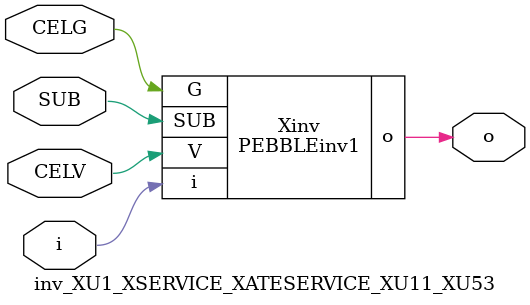
<source format=v>



module PEBBLEinv1 ( o, G, SUB, V, i );

  input V;
  input i;
  input G;
  output o;
  input SUB;
endmodule

//Celera Confidential Do Not Copy inv_XU1_XSERVICE_XATESERVICE_XU11_XU53
//Celera Confidential Symbol Generator
//5V Inverter
module inv_XU1_XSERVICE_XATESERVICE_XU11_XU53 (CELV,CELG,i,o,SUB);
input CELV;
input CELG;
input i;
input SUB;
output o;

//Celera Confidential Do Not Copy inv
PEBBLEinv1 Xinv(
.V (CELV),
.i (i),
.o (o),
.SUB (SUB),
.G (CELG)
);
//,diesize,PEBBLEinv1

//Celera Confidential Do Not Copy Module End
//Celera Schematic Generator
endmodule

</source>
